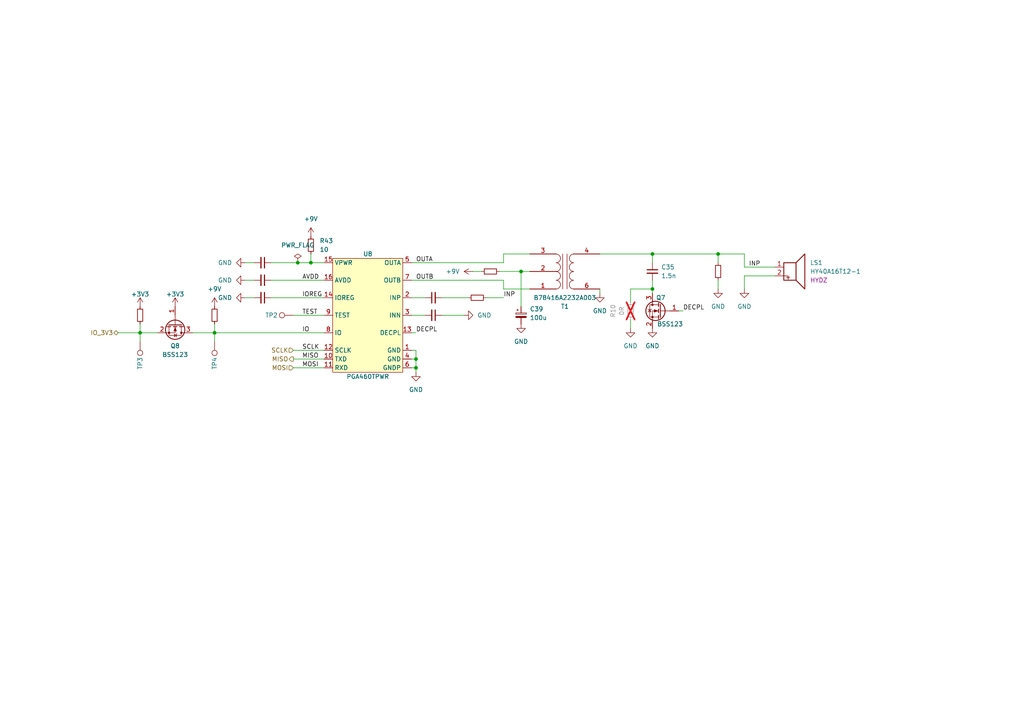
<source format=kicad_sch>
(kicad_sch (version 20230121) (generator eeschema)
  (paper "A4")
  (lib_symbols
    (symbol "Connector:TestPoint" (pin_numbers hide) (pin_names (offset 0.762) hide)
      (property "Reference" "TP" (at 0 6.858 0))
      (property "Value" "TestPoint" (at 0 5.08 0))
      (symbol "TestPoint_0_1"
        (circle (center 0 3.302) (radius 0.762))
      )
      (symbol "TestPoint_1_1"
        (pin passive line (at 0 0 90) (length 2.54) (name "1") (number "1"))
      )
    )
    (symbol "Device:C_Polarized_Small" (pin_numbers hide) (pin_names (offset 0.254) hide)
      (property "Reference" "C" (at 0.254 1.778 0))
      (property "Value" "C_Polarized_Small" (at 0.254 -2.032 0))
      (symbol "C_Polarized_Small_0_1"
        (rectangle (start -1.524 -0.3048) (end 1.524 -0.6858) (fill (type outline)))
        (rectangle (start -1.524 0.6858) (end 1.524 0.3048))
        (polyline (pts (xy -1.27 1.524) (xy -0.762 1.524)))
        (polyline (pts (xy -1.016 1.27) (xy -1.016 1.778)))
      )
      (symbol "C_Polarized_Small_1_1"
        (pin passive line (at 0 2.54 270) (length 1.8542) (name "~") (number "1"))
        (pin passive line (at 0 -2.54 90) (length 1.8542) (name "~") (number "2"))
      )
    )
    (symbol "Device:C_Small" (pin_numbers hide) (pin_names (offset 0.254) hide)
      (property "Reference" "C" (at 0.254 1.778 0))
      (property "Value" "C_Small" (at 0.254 -2.032 0))
      (symbol "C_Small_0_1"
        (polyline (pts (xy -1.524 -0.508) (xy 1.524 -0.508)) (stroke (width 0.3302)))
        (polyline (pts (xy -1.524 0.508) (xy 1.524 0.508)) (stroke (width 0.3048)))
      )
      (symbol "C_Small_1_1"
        (pin passive line (at 0 2.54 270) (length 2.032) (name "~") (number "1"))
        (pin passive line (at 0 -2.54 90) (length 2.032) (name "~") (number "2"))
      )
    )
    (symbol "Device:R_Small" (pin_numbers hide) (pin_names (offset 0.254) hide)
      (property "Reference" "R" (at 0.762 0.508 0))
      (property "Value" "R_Small" (at 0.762 -1.016 0))
      (symbol "R_Small_0_1"
        (rectangle (start -0.762 1.778) (end 0.762 -1.778) (stroke (width 0.2032)))
      )
      (symbol "R_Small_1_1"
        (pin passive line (at 0 2.54 270) (length 0.762) (name "~") (number "1"))
        (pin passive line (at 0 -2.54 90) (length 0.762) (name "~") (number "2"))
      )
    )
    (symbol "OBSPro:B78416A2232A003" (pin_names (offset 1.016) hide)
      (property "Reference" "T" (at 0 6.35 0))
      (property "Value" "B78416A2232A003" (at 0 -7.62 0))
      (symbol "B78416A2232A003_0_1"
        (arc (start -2.54 -5.0546) (mid -1.6599 -4.6901) (end -1.27 -3.81))
        (arc (start -2.54 -2.5146) (mid -1.6599 -2.1501) (end -1.27 -1.27))
        (arc (start -2.54 0.0254) (mid -1.6599 0.3899) (end -1.27 1.27))
        (arc (start -2.54 2.5654) (mid -1.6599 2.9299) (end -1.27 3.81))
        (arc (start -1.27 -3.81) (mid -1.642 -2.912) (end -2.54 -2.54))
        (arc (start -1.27 -1.27) (mid -1.642 -0.372) (end -2.54 0))
        (arc (start -1.27 1.27) (mid -1.642 2.168) (end -2.54 2.54))
        (arc (start -1.27 3.81) (mid -1.642 4.708) (end -2.54 5.08))
        (polyline (pts (xy -0.635 5.08) (xy -0.635 -5.08)))
        (polyline (pts (xy 0.635 -5.08) (xy 0.635 5.08)))
        (arc (start 1.2954 -1.27) (mid 1.6599 -2.1501) (end 2.54 -2.5146))
        (arc (start 1.2954 1.27) (mid 1.6599 0.3899) (end 2.54 0.0254))
        (arc (start 1.2954 3.81) (mid 1.6599 2.9299) (end 2.54 2.5654))
        (arc (start 1.3208 -3.81) (mid 1.6853 -4.6901) (end 2.5654 -5.0546))
        (arc (start 2.54 0) (mid 1.642 -0.372) (end 1.2954 -1.27))
        (arc (start 2.54 2.54) (mid 1.642 2.168) (end 1.2954 1.27))
        (arc (start 2.54 5.08) (mid 1.642 4.708) (end 1.2954 3.81))
        (arc (start 2.5654 -2.54) (mid 1.6674 -2.912) (end 1.3208 -3.81))
      )
      (symbol "B78416A2232A003_1_1"
        (pin passive line (at -10.16 5.08 0) (length 7.62) (name "PR1") (number "1"))
        (pin passive line (at -10.16 0 0) (length 7.62) (name "PM") (number "2"))
        (pin passive line (at -10.16 -5.08 0) (length 7.62) (name "PR2") (number "3"))
        (pin passive line (at 10.16 -5.08 180) (length 7.62) (name "S1") (number "4"))
        (pin passive line (at 10.16 5.08 180) (length 7.62) (name "S2") (number "6"))
      )
    )
    (symbol "OBSPro:HY40A16T12-1" (pin_names (offset 0) hide)
      (property "Reference" "LS" (at 1.27 5.715 0))
      (property "Value" "HY40A16T12-1" (at 1.27 3.81 0))
      (property "Manufacturer" "HYDZ" (at 0 0 0))
      (symbol "HY40A16T12-1_0_0"
        (rectangle (start -2.54 1.27) (end 1.016 -3.81) (stroke (width 0.254)))
        (polyline (pts (xy 1.016 1.27) (xy 3.556 3.81) (xy 3.556 -6.35) (xy 1.016 -3.81)) (stroke (width 0.254)))
      )
      (symbol "HY40A16T12-1_0_1"
        (polyline (pts (xy -1.778 -2.921) (xy -0.762 -2.921)))
        (polyline (pts (xy -1.524 -3.175) (xy -1.016 -3.175)))
        (polyline (pts (xy -1.397 -3.429) (xy -1.143 -3.429)))
        (polyline (pts (xy -2.54 -2.54) (xy -1.27 -2.54) (xy -1.27 -2.921)))
      )
      (symbol "HY40A16T12-1_1_1"
        (pin input line (at -5.08 0 0) (length 2.54) (name "1") (number "1"))
        (pin input line (at -5.08 -2.54 0) (length 2.54) (name "2") (number "2"))
      )
    )
    (symbol "OBSPro:PGA460"
      (property "Reference" "U" (at 0 -17.78 0))
      (property "Value" "PGA460TPWR" (at 1.27 -7.62 0))
      (symbol "PGA460_1_1"
        (rectangle (start -10.16 16.51) (end 10.16 -16.51) (fill (type background)))
        (pin power_in line (at 12.7 -10.16 180) (length 2.54) (name "GND") (number "1"))
        (pin tri_state line (at -12.7 -12.7 0) (length 2.54) (name "TXD") (number "10"))
        (pin input line (at -12.7 -15.24 0) (length 2.54) (name "RXD") (number "11"))
        (pin input line (at -12.7 -10.16 0) (length 2.54) (name "SCLK") (number "12"))
        (pin output line (at 12.7 -5.08 180) (length 2.54) (name "DECPL") (number "13"))
        (pin power_out line (at -12.7 5.08 0) (length 2.54) (name "IOREG") (number "14"))
        (pin power_in line (at -12.7 15.24 0) (length 2.54) (name "VPWR") (number "15"))
        (pin power_out line (at -12.7 10.16 0) (length 2.54) (name "AVDD") (number "16"))
        (pin input line (at 12.7 5.08 180) (length 2.54) (name "INP") (number "2"))
        (pin input line (at 12.7 0 180) (length 2.54) (name "INN") (number "3"))
        (pin power_in line (at 12.7 -12.7 180) (length 2.54) (name "GND") (number "4"))
        (pin output line (at 12.7 15.24 180) (length 2.54) (name "OUTA") (number "5"))
        (pin power_in line (at 12.7 -15.24 180) (length 2.54) (name "GNDP") (number "6"))
        (pin output line (at 12.7 10.16 180) (length 2.54) (name "OUTB") (number "7"))
        (pin bidirectional line (at -12.7 -5.08 0) (length 2.54) (name "IO") (number "8"))
        (pin bidirectional line (at -12.7 0 0) (length 2.54) (name "TEST") (number "9"))
      )
    )
    (symbol "Transistor_FET:BSS123" (pin_names hide)
      (property "Reference" "Q" (at 5.08 1.905 0))
      (property "Value" "BSS123" (at 5.08 0 0))
      (symbol "BSS123_0_1"
        (polyline (pts (xy 0.254 0) (xy -2.54 0)))
        (polyline (pts (xy 0.254 1.905) (xy 0.254 -1.905)) (stroke (width 0.254)))
        (polyline (pts (xy 0.762 -1.27) (xy 0.762 -2.286)) (stroke (width 0.254)))
        (polyline (pts (xy 0.762 0.508) (xy 0.762 -0.508)) (stroke (width 0.254)))
        (polyline (pts (xy 0.762 2.286) (xy 0.762 1.27)) (stroke (width 0.254)))
        (polyline (pts (xy 2.54 2.54) (xy 2.54 1.778)))
        (polyline (pts (xy 2.54 -2.54) (xy 2.54 0) (xy 0.762 0)))
        (polyline (pts (xy 0.762 -1.778) (xy 3.302 -1.778) (xy 3.302 1.778) (xy 0.762 1.778)))
        (polyline (pts (xy 1.016 0) (xy 2.032 0.381) (xy 2.032 -0.381) (xy 1.016 0)) (fill (type outline)))
        (polyline (pts (xy 2.794 0.508) (xy 2.921 0.381) (xy 3.683 0.381) (xy 3.81 0.254)))
        (polyline (pts (xy 3.302 0.381) (xy 2.921 -0.254) (xy 3.683 -0.254) (xy 3.302 0.381)))
        (circle (center 1.651 0) (radius 2.794) (stroke (width 0.254)))
        (circle (center 2.54 -1.778) (radius 0.254) (fill (type outline)))
        (circle (center 2.54 1.778) (radius 0.254) (fill (type outline)))
      )
      (symbol "BSS123_1_1"
        (pin input line (at -5.08 0 0) (length 2.54) (name "G") (number "1"))
        (pin passive line (at 2.54 -5.08 90) (length 2.54) (name "S") (number "2"))
        (pin passive line (at 2.54 5.08 270) (length 2.54) (name "D") (number "3"))
      )
    )
    (symbol "power:+3V3" (power) (pin_names (offset 0))
      (property "Value" "+3V3" (at 0 3.556 0))
      (symbol "+3V3_0_1"
        (polyline (pts (xy -0.762 1.27) (xy 0 2.54)))
        (polyline (pts (xy 0 0) (xy 0 2.54)))
        (polyline (pts (xy 0 2.54) (xy 0.762 1.27)))
      )
      (symbol "+3V3_1_1"
        (pin power_in line (at 0 0 90) (length 0) hide (name "+3V3") (number "1"))
      )
    )
    (symbol "power:+9V" (power) (pin_names (offset 0))
      (property "Value" "+9V" (at 0 3.556 0))
      (symbol "+9V_0_1"
        (polyline (pts (xy -0.762 1.27) (xy 0 2.54)))
        (polyline (pts (xy 0 0) (xy 0 2.54)))
        (polyline (pts (xy 0 2.54) (xy 0.762 1.27)))
      )
      (symbol "+9V_1_1"
        (pin power_in line (at 0 0 90) (length 0) hide (name "+9V") (number "1"))
      )
    )
    (symbol "power:GND" (power) (pin_names (offset 0))
      (property "Value" "GND" (at 0 -3.81 0))
      (symbol "GND_0_1"
        (polyline (pts (xy 0 0) (xy 0 -1.27) (xy 1.27 -1.27) (xy 0 -2.54) (xy -1.27 -1.27) (xy 0 -1.27)))
      )
      (symbol "GND_1_1"
        (pin power_in line (at 0 0 270) (length 0) hide (name "GND") (number "1"))
      )
    )
    (symbol "power:PWR_FLAG" (power) (pin_numbers hide) (pin_names (offset 0) hide)
      (property "Value" "PWR_FLAG" (at 0 3.81 0))
      (symbol "PWR_FLAG_0_0"
        (pin power_out line (at 0 0 90) (length 0) (name "pwr") (number "1"))
      )
      (symbol "PWR_FLAG_0_1"
        (polyline (pts (xy 0 0) (xy 0 1.27) (xy -1.016 1.905) (xy 0 2.54) (xy 1.016 1.905) (xy 0 1.27)))
      )
    )
  )
  (junction (at 40.64 96.52))
  (junction (at 189.23 73.66))
  (junction (at 208.28 73.66))
  (junction (at 120.65 104.14))
  (junction (at 151.13 78.74))
  (junction (at 189.23 83.82))
  (junction (at 62.23 96.52))
  (junction (at 86.36 76.2))
  (junction (at 120.65 106.68))
  (junction (at 90.17 76.2))
  (wire (pts (xy 182.88 87.63) (xy 182.88 83.82)))
  (wire (pts (xy 119.38 86.36) (xy 123.19 86.36)))
  (wire (pts (xy 189.23 73.66) (xy 208.28 73.66)))
  (wire (pts (xy 120.65 101.6) (xy 119.38 101.6)))
  (wire (pts (xy 62.23 96.52) (xy 62.23 99.06)))
  (wire (pts (xy 90.17 76.2) (xy 86.36 76.2)))
  (wire (pts (xy 173.99 83.82) (xy 173.99 85.09)))
  (wire (pts (xy 189.23 73.66) (xy 189.23 76.2)))
  (wire (pts (xy 119.38 106.68) (xy 120.65 106.68)))
  (wire (pts (xy 120.65 107.95) (xy 120.65 106.68)))
  (wire (pts (xy 208.28 73.66) (xy 208.28 76.2)))
  (wire (pts (xy 215.9 83.82) (xy 215.9 80.01)))
  (wire (pts (xy 34.29 96.52) (xy 40.64 96.52)))
  (wire (pts (xy 90.17 73.66) (xy 90.17 76.2)))
  (wire (pts (xy 151.13 78.74) (xy 153.67 78.74)))
  (wire (pts (xy 73.66 81.28) (xy 71.12 81.28)))
  (wire (pts (xy 40.64 93.98) (xy 40.64 96.52)))
  (wire (pts (xy 146.05 73.66) (xy 153.67 73.66)))
  (wire (pts (xy 120.65 106.68) (xy 120.65 104.14)))
  (wire (pts (xy 189.23 83.82) (xy 189.23 85.09)))
  (wire (pts (xy 85.09 106.68) (xy 93.98 106.68)))
  (wire (pts (xy 40.64 96.52) (xy 40.64 99.06)))
  (wire (pts (xy 208.28 73.66) (xy 215.9 73.66)))
  (wire (pts (xy 119.38 96.52) (xy 120.65 96.52)))
  (wire (pts (xy 128.27 91.44) (xy 134.62 91.44)))
  (wire (pts (xy 62.23 93.98) (xy 62.23 96.52)))
  (wire (pts (xy 146.05 76.2) (xy 146.05 73.66)))
  (wire (pts (xy 151.13 78.74) (xy 151.13 88.9)))
  (wire (pts (xy 137.16 78.74) (xy 139.7 78.74)))
  (wire (pts (xy 215.9 80.01) (xy 224.79 80.01)))
  (wire (pts (xy 119.38 104.14) (xy 120.65 104.14)))
  (wire (pts (xy 71.12 76.2) (xy 73.66 76.2)))
  (wire (pts (xy 93.98 76.2) (xy 90.17 76.2)))
  (wire (pts (xy 140.97 86.36) (xy 146.05 86.36)))
  (wire (pts (xy 144.78 78.74) (xy 151.13 78.74)))
  (wire (pts (xy 189.23 81.28) (xy 189.23 83.82)))
  (wire (pts (xy 120.65 104.14) (xy 120.65 101.6)))
  (wire (pts (xy 62.23 96.52) (xy 93.98 96.52)))
  (wire (pts (xy 146.05 81.28) (xy 146.05 83.82)))
  (wire (pts (xy 182.88 92.71) (xy 182.88 95.25)))
  (wire (pts (xy 215.9 77.47) (xy 215.9 73.66)))
  (wire (pts (xy 119.38 81.28) (xy 146.05 81.28)))
  (wire (pts (xy 208.28 83.82) (xy 208.28 81.28)))
  (wire (pts (xy 119.38 91.44) (xy 123.19 91.44)))
  (wire (pts (xy 173.99 73.66) (xy 189.23 73.66)))
  (wire (pts (xy 93.98 86.36) (xy 78.74 86.36)))
  (wire (pts (xy 73.66 86.36) (xy 71.12 86.36)))
  (wire (pts (xy 93.98 81.28) (xy 78.74 81.28)))
  (wire (pts (xy 55.88 96.52) (xy 62.23 96.52)))
  (wire (pts (xy 146.05 83.82) (xy 153.67 83.82)))
  (wire (pts (xy 196.85 90.17) (xy 198.12 90.17)))
  (wire (pts (xy 85.09 104.14) (xy 93.98 104.14)))
  (wire (pts (xy 182.88 83.82) (xy 189.23 83.82)))
  (wire (pts (xy 85.09 91.44) (xy 93.98 91.44)))
  (wire (pts (xy 40.64 96.52) (xy 45.72 96.52)))
  (wire (pts (xy 224.79 77.47) (xy 215.9 77.47)))
  (wire (pts (xy 86.36 76.2) (xy 78.74 76.2)))
  (wire (pts (xy 85.09 101.6) (xy 93.98 101.6)))
  (wire (pts (xy 119.38 76.2) (xy 146.05 76.2)))
  (wire (pts (xy 128.27 86.36) (xy 135.89 86.36)))
  (label "SCLK" (at 87.63 101.6 0))
  (label "MOSI" (at 87.63 106.68 0))
  (label "TEST" (at 87.63 91.44 0))
  (label "OUTA" (at 120.65 76.2 0))
  (label "OUTB" (at 120.65 81.28 0))
  (label "IO" (at 87.63 96.52 0))
  (label "AVDD" (at 87.63 81.28 0))
  (label "DECPL" (at 120.65 96.52 0))
  (label "INP" (at 217.17 77.47 0))
  (label "INP" (at 146.05 86.36 0))
  (label "MISO" (at 87.63 104.14 0))
  (label "IOREG" (at 87.63 86.36 0))
  (label "DECPL" (at 198.12 90.17 0))
  (hierarchical_label "MOSI" (shape input) (at 85.09 106.68 180))
  (hierarchical_label "MISO" (shape output) (at 85.09 104.14 180))
  (hierarchical_label "IO_3V3" (shape bidirectional) (at 34.29 96.52 180))
  (hierarchical_label "SCLK" (shape input) (at 85.09 101.6 180))
  (symbol (lib_id "power:GND") (at 120.65 107.95 0) (unit 1)
    (property "Reference" "#PWR0109" (effects hide))
    (property "Value" "GND" (at 120.65 113.03 0))
    (instances (project "OBSPro" (path "" (reference "#PWR0109") (unit 1)) (path "" (reference "#PWR0125") (unit 1))))
  )
  (symbol (lib_id "power:PWR_FLAG") (at 86.36 76.2 0) (unit 1)
    (property "Reference" "#FLG08" (effects hide))
    (property "Value" "PWR_FLAG" (at 86.36 71.12 0))
    (instances (project "OBSPro" (path "" (reference "#FLG08") (unit 1)) (path "" (reference "#FLG09") (unit 1))))
  )
  (symbol (lib_id "power:+9V") (at 62.23 88.9 0) (unit 1)
    (property "Reference" "#PWR0104" (effects hide))
    (property "Value" "+9V" (at 62.23 83.82 0))
    (instances (project "OBSPro" (path "" (reference "#PWR0104") (unit 1)) (path "" (reference "#PWR0120") (unit 1))))
  )
  (symbol (lib_id "power:GND") (at 71.12 76.2 270) (unit 1)
    (property "Reference" "#PWR095" (effects hide))
    (property "Value" "GND" (at 67.31 76.2 90) (effects (justify right)))
    (instances (project "OBSPro" (path "" (reference "#PWR095") (unit 1)) (path "" (reference "#PWR0111") (unit 1))))
  )
  (symbol (lib_id "Transistor_FET:BSS123") (at 191.77 90.17 0) (mirror y) (unit 1)
    (property "Reference" "Q7" (at 193.04 86.36 0) (effects (justify left)))
    (property "Value" "BSS123" (at 198.12 93.98 0) (effects (justify left)))
    (property "Footprint" "Package_TO_SOT_SMD:SOT-23" (effects hide))
    (property "Datasheet" "http://www.diodes.com/assets/Datasheets/ds30366.pdf" (effects hide))
    (property "JLC_BasicPart" "no" (effects hide))
    (property "JLC_PN" "C7420338" (effects hide))
    (property "MPN" "BSS123" (effects hide))
    (property "Manufacturer" "hongjiacheng" (effects hide))
    (instances (project "OBSPro" (path "" (reference "Q7") (unit 1)) (path "" (reference "Q9") (unit 1))))
  )
  (symbol (lib_id "Device:C_Polarized_Small") (at 151.13 91.44 0) (unit 1)
    (property "Reference" "C39" (at 153.67 89.6239 0) (effects (justify left)))
    (property "Value" "100u" (at 153.67 92.1639 0) (effects (justify left)))
    (property "Footprint" "Capacitor_SMD:CP_Elec_6.3x5.2" (effects hide))
    (property "MPN" "UWX1C101MCL1GB" (effects hide))
    (property "JLC_PN" "C111600" (effects hide))
    (property "JLC_BasicPart" "no" (effects hide))
    (property "Manufacturer" "Nichicon" (effects hide))
    (instances (project "OBSPro" (path "" (reference "C39") (unit 1)) (path "" (reference "C46") (unit 1))))
  )
  (symbol (lib_id "Device:C_Small") (at 76.2 76.2 270) (unit 1)
    (property "Reference" "C34" (at 71.12 74.93 90) (effects (justify left)))
    (property "Value" "100n" (at 78.74 74.93 90) (effects (justify left)))
    (property "Footprint" "Capacitor_SMD:C_0603_1608Metric" (effects hide))
    (property "Reference" "C?" (effects hide))
    (property "Value" "100n" (effects hide))
    (property "JLC_PN" "C14663" (effects hide))
    (property "JLC_Price1" "0.042" (effects hide))
    (property "JLC_Price10" "0.0021" (effects hide))
    (property "JLC_Price100" "0.0021" (effects hide))
    (property "JLC_Price1000" "0.0014" (effects hide))
    (property "MPN" "CC0603KRX7R9BB104" (effects hide))
    (property "Manufacturer" "YAGEO" (effects hide))
    (property "JLC_BasicPart" "yes" (effects hide))
    (property "PCBA" "yes" (effects hide))
    (property "kicost:JLC:pricing" "1: USD 0.0020; 200: USD 0.0016; 800: USD 0.0013; 1600: USD 0.0012; 9600: USD 0.0011" (effects hide))
    (instances (project "OBSPro" (path "" (reference "C34") (unit 1)) (path "" (reference "C41") (unit 1))))
  )
  (symbol (lib_id "Device:C_Small") (at 125.73 86.36 90) (unit 1)
    (property "Reference" "C22" (at 121.92 85.09 90))
    (property "Value" "390p" (at 129.54 85.09 90))
    (property "Footprint" "Capacitor_SMD:C_0603_1608Metric" (effects hide))
    (property "Reference" "C10" (effects hide))
    (property "Value" "390p" (effects hide))
    (property "JLC_BasicPart" "yes" (effects hide))
    (property "JLC_PN" "C107089" (effects hide))
    (property "MPN" "CC0603KRX7R9BB391" (effects hide))
    (property "Manufacturer" "YAGEO" (effects hide))
    (property "PCBA" "yes" (effects hide))
    (instances (project "OBSPro" (path "" (reference "C22") (unit 1)) (path "" (reference "C38") (unit 1)) (path "" (reference "C45") (unit 1))))
  )
  (symbol (lib_id "Device:R_Small") (at 40.64 91.44 180) (unit 1)
    (property "Reference" "R28" (at 35.56 91.44 90))
    (property "Value" "1k" (at 38.1 91.44 90))
    (property "Footprint" "Resistor_SMD:R_0603_1608Metric" (effects hide))
    (property "Reference" "R?" (effects hide))
    (property "Value" "1k" (effects hide))
    (property "JLC_BasicPart" "yes" (effects hide))
    (property "JLC_PN" "C21190" (effects hide))
    (property "MPN" "0603WAF1001T5E" (effects hide))
    (property "Manufacturer" "UNI-ROYAL(Uniroyal Elec)" (effects hide))
    (property "PCBA" "yes" (effects hide))
    (property "JLC_Price10" "0.0005" (effects hide))
    (instances (project "OBSPro" (path "" (reference "R28") (unit 1)) (path "" (reference "R35") (unit 1)) (path "" (reference "R41") (unit 1))))
  )
  (symbol (lib_id "Device:R_Small") (at 182.88 90.17 180) (unit 1) (in_bom no) (dnp yes)
    (property "Reference" "R10" (at 177.8 90.17 90))
    (property "Value" "0R" (at 180.34 90.17 90))
    (property "Footprint" "Resistor_SMD:R_0603_1608Metric" (effects hide))
    (property "DNP" "DNP" (effects hide))
    (property "JLC_BasicPart" "yes" (effects hide))
    (property "JLC_PN" "C21189" (effects hide))
    (property "MPN" "0603WAF0000T5E" (effects hide))
    (property "Manufacturer" "UNI-ROYAL(Uniroyal Elec)" (effects hide))
    (property "JLC_Price10" "0.001" (effects hide))
    (instances (project "OBSPro" (path "" (reference "R10") (unit 1)) (path "" (reference "R34") (unit 1)) (path "" (reference "R40") (unit 1))))
  )
  (symbol (lib_id "Connector:TestPoint") (at 85.09 91.44 90) (unit 1)
    (property "Reference" "TP2" (at 78.74 91.44 90))
    (property "Value" "TestPoint" (effects hide))
    (property "Footprint" "TestPoint:TestPoint_Pad_1.0x1.0mm" (effects hide))
    (instances (project "OBSPro" (path "" (reference "TP2") (unit 1)) (path "" (reference "TP5") (unit 1))))
  )
  (symbol (lib_id "power:GND") (at 189.23 95.25 0) (unit 1)
    (property "Reference" "#PWR0108" (effects hide))
    (property "Value" "GND" (at 189.23 100.33 0))
    (instances (project "OBSPro" (path "" (reference "#PWR0108") (unit 1)) (path "" (reference "#PWR0124") (unit 1))))
  )
  (symbol (lib_id "Device:R_Small") (at 90.17 71.12 0) (unit 1)
    (property "Reference" "R43" (at 92.71 69.85 0) (effects (justify left)))
    (property "Value" "10" (at 92.71 72.39 0) (effects (justify left)))
    (property "Footprint" "Resistor_SMD:R_1206_3216Metric" (effects hide))
    (property "MPN" "1206W4J0100T5E" (effects hide))
    (property "JLC_PN" "C25349" (effects hide))
    (property "Manufacturer" "UNI-ROYAL(Uniroyal Elec)" (effects hide))
    (instances (project "OBSPro" (path "" (reference "R43") (unit 1)) (path "" (reference "R44") (unit 1))))
  )
  (symbol (lib_id "Device:R_Small") (at 142.24 78.74 90) (unit 1)
    (property "Reference" "R44" (at 138.43 77.47 90))
    (property "Value" "100" (at 147.32 77.47 90))
    (property "Footprint" "Resistor_SMD:R_1206_3216Metric" (effects hide))
    (property "Reference" "R?" (effects hide))
    (property "Value" "100" (effects hide))
    (property "PCBA" "yes" (effects hide))
    (property "JLC_BasicPart" "no" (effects hide))
    (property "JLC_PN" "C2934192" (effects hide))
    (property "MPN" "FRD1206J101 TS" (effects hide))
    (property "Manufacturer" "FOJAN" (effects hide))
    (instances (project "OBSPro" (path "" (reference "R44") (unit 1)) (path "" (reference "R31") (unit 1)) (path "" (reference "R37") (unit 1))))
  )
  (symbol (lib_id "Device:C_Small") (at 76.2 86.36 270) (unit 1)
    (property "Reference" "C37" (at 71.12 85.09 90) (effects (justify left)))
    (property "Value" "100n" (at 78.74 85.09 90) (effects (justify left)))
    (property "Footprint" "Capacitor_SMD:C_0603_1608Metric" (effects hide))
    (property "Reference" "C?" (effects hide))
    (property "Value" "100n" (effects hide))
    (property "JLC_PN" "C14663" (effects hide))
    (property "JLC_Price1" "0.042" (effects hide))
    (property "JLC_Price10" "0.0021" (effects hide))
    (property "JLC_Price100" "0.0021" (effects hide))
    (property "JLC_Price1000" "0.0014" (effects hide))
    (property "MPN" "CC0603KRX7R9BB104" (effects hide))
    (property "Manufacturer" "YAGEO" (effects hide))
    (property "JLC_BasicPart" "yes" (effects hide))
    (property "PCBA" "yes" (effects hide))
    (property "kicost:JLC:pricing" "1: USD 0.0020; 200: USD 0.0016; 800: USD 0.0013; 1600: USD 0.0012; 9600: USD 0.0011" (effects hide))
    (instances (project "OBSPro" (path "" (reference "C37") (unit 1)) (path "" (reference "C44") (unit 1))))
  )
  (symbol (lib_id "power:GND") (at 71.12 81.28 270) (unit 1)
    (property "Reference" "#PWR097" (effects hide))
    (property "Value" "GND" (at 67.31 81.28 90) (effects (justify right)))
    (instances (project "OBSPro" (path "" (reference "#PWR097") (unit 1)) (path "" (reference "#PWR0113") (unit 1))))
  )
  (symbol (lib_id "Connector:TestPoint") (at 40.64 99.06 180) (unit 1)
    (property "Reference" "TP3" (at 40.64 105.41 90))
    (property "Value" "TestPoint" (effects hide))
    (property "Footprint" "TestPoint:TestPoint_Pad_1.0x1.0mm" (effects hide))
    (instances (project "OBSPro" (path "" (reference "TP3") (unit 1)) (path "" (reference "TP6") (unit 1))))
  )
  (symbol (lib_id "Device:R_Small") (at 138.43 86.36 90) (unit 1)
    (property "Reference" "R44" (at 134.62 85.09 90))
    (property "Value" "100" (at 143.51 85.09 90))
    (property "Footprint" "Resistor_SMD:R_0603_1608Metric" (effects hide))
    (property "Reference" "R?" (effects hide))
    (property "Value" "100" (effects hide))
    (property "PCBA" "yes" (effects hide))
    (property "JLC_BasicPart" "yes" (effects hide))
    (property "JLC_PN" "C22775" (effects hide))
    (property "MPN" "0603WAF1000T5E" (effects hide))
    (property "Manufacturer" "UNI-ROYAL(Uniroyal Elec)" (effects hide))
    (instances (project "OBSPro" (path "" (reference "R44") (unit 1)) (path "" (reference "R33") (unit 1)) (path "" (reference "R39") (unit 1))))
  )
  (symbol (lib_id "Device:R_Small") (at 208.28 78.74 0) (unit 1)
    (property "Reference" "R30" (at 213.36 78.74 90))
    (property "Value" "2.7k" (at 210.82 78.74 90))
    (property "Footprint" "Resistor_SMD:R_0603_1608Metric" (effects hide))
    (property "Reference" "R?" (effects hide))
    (property "Value" "2.7k" (effects hide))
    (property "JLC_PN" "C13167" (effects hide))
    (property "MPN" "0603WAF2701T5E" (effects hide))
    (property "Manufacturer" "UNI-ROYAL(Uniroyal Elec)" (effects hide))
    (property "JLC_BasicPart" "yes" (effects hide))
    (instances (project "OBSPro" (path "" (reference "R30") (unit 1)) (path "" (reference "R32") (unit 1)) (path "" (reference "R38") (unit 1))))
  )
  (symbol (lib_id "power:GND") (at 182.88 95.25 0) (unit 1)
    (property "Reference" "#PWR0107" (effects hide))
    (property "Value" "GND" (at 182.88 100.33 0))
    (instances (project "OBSPro" (path "" (reference "#PWR0107") (unit 1)) (path "" (reference "#PWR0123") (unit 1))))
  )
  (symbol (lib_id "power:+9V") (at 137.16 78.74 90) (unit 1)
    (property "Reference" "#PWR096" (effects hide))
    (property "Value" "+9V" (at 133.35 78.74 90) (effects (justify left)))
    (instances (project "OBSPro" (path "" (reference "#PWR096") (unit 1)) (path "" (reference "#PWR0112") (unit 1))))
  )
  (symbol (lib_id "OBSPro:PGA460") (at 106.68 91.44 0) (unit 1)
    (property "Reference" "U8" (at 106.68 73.66 0))
    (property "Value" "PGA460TPWR" (at 106.68 109.22 0))
    (property "Footprint" "Package_SO:TSSOP-16_4.4x5mm_P0.65mm" (effects hide))
    (property "MPN" "PGA460TPWR" (effects hide))
    (property "JLC_PN" "C2653136" (effects hide))
    (property "JLC_BasicPart" "no" (effects hide))
    (property "Manufacturer" "Texas Instruments" (effects hide))
    (instances (project "OBSPro" (path "" (reference "U8") (unit 1)) (path "" (reference "U9") (unit 1))))
  )
  (symbol (lib_id "power:GND") (at 208.28 83.82 0) (unit 1)
    (property "Reference" "#PWR098" (effects hide))
    (property "Value" "GND" (at 208.28 88.9 0))
    (instances (project "OBSPro" (path "" (reference "#PWR098") (unit 1)) (path "" (reference "#PWR0114") (unit 1))))
  )
  (symbol (lib_id "power:GND") (at 215.9 83.82 0) (unit 1)
    (property "Reference" "#PWR099" (effects hide))
    (property "Value" "GND" (at 215.9 88.9 0))
    (instances (project "OBSPro" (path "" (reference "#PWR099") (unit 1)) (path "" (reference "#PWR0115") (unit 1))))
  )
  (symbol (lib_id "Connector:TestPoint") (at 62.23 99.06 180) (unit 1)
    (property "Reference" "TP4" (at 62.23 105.41 90))
    (property "Value" "TestPoint" (effects hide))
    (property "Footprint" "TestPoint:TestPoint_Pad_1.0x1.0mm" (effects hide))
    (instances (project "OBSPro" (path "" (reference "TP4") (unit 1)) (path "" (reference "TP7") (unit 1))))
  )
  (symbol (lib_id "power:GND") (at 134.62 91.44 90) (unit 1)
    (property "Reference" "#PWR0105" (effects hide))
    (property "Value" "GND" (at 138.43 91.44 90) (effects (justify right)))
    (instances (project "OBSPro" (path "" (reference "#PWR0105") (unit 1)) (path "" (reference "#PWR0121") (unit 1))))
  )
  (symbol (lib_id "power:GND") (at 151.13 93.98 0) (unit 1)
    (property "Reference" "#PWR0106" (effects hide))
    (property "Value" "GND" (at 151.13 99.06 0))
    (instances (project "OBSPro" (path "" (reference "#PWR0106") (unit 1)) (path "" (reference "#PWR0122") (unit 1))))
  )
  (symbol (lib_id "power:GND") (at 173.99 85.09 0) (unit 1)
    (property "Reference" "#PWR0100" (effects hide))
    (property "Value" "GND" (at 173.99 90.17 0))
    (instances (project "OBSPro" (path "" (reference "#PWR0100") (unit 1)) (path "" (reference "#PWR0116") (unit 1))))
  )
  (symbol (lib_id "Device:R_Small") (at 62.23 91.44 180) (unit 1)
    (property "Reference" "R28" (at 57.15 91.44 90))
    (property "Value" "1k" (at 59.69 91.44 90))
    (property "Footprint" "Resistor_SMD:R_0603_1608Metric" (effects hide))
    (property "Reference" "R?" (effects hide))
    (property "Value" "1k" (effects hide))
    (property "JLC_BasicPart" "yes" (effects hide))
    (property "JLC_PN" "C21190" (effects hide))
    (property "MPN" "0603WAF1001T5E" (effects hide))
    (property "Manufacturer" "UNI-ROYAL(Uniroyal Elec)" (effects hide))
    (property "PCBA" "yes" (effects hide))
    (property "JLC_Price10" "0.0005" (effects hide))
    (instances (project "OBSPro" (path "" (reference "R28") (unit 1)) (path "" (reference "R36") (unit 1)) (path "" (reference "R42") (unit 1))))
  )
  (symbol (lib_id "power:GND") (at 71.12 86.36 270) (unit 1)
    (property "Reference" "#PWR0101" (effects hide))
    (property "Value" "GND" (at 67.31 86.36 90) (effects (justify right)))
    (instances (project "OBSPro" (path "" (reference "#PWR0101") (unit 1)) (path "" (reference "#PWR0117") (unit 1))))
  )
  (symbol (lib_id "Transistor_FET:BSS123") (at 50.8 93.98 270) (unit 1)
    (property "Reference" "Q8" (at 50.8 100.33 90))
    (property "Value" "BSS123" (at 50.8 102.87 90))
    (property "Footprint" "Package_TO_SOT_SMD:SOT-23" (effects hide))
    (property "Datasheet" "http://www.diodes.com/assets/Datasheets/ds30366.pdf" (effects hide))
    (property "JLC_BasicPart" "no" (effects hide))
    (property "JLC_PN" "C7420338" (effects hide))
    (property "MPN" "BSS123" (effects hide))
    (property "Manufacturer" "hongjiacheng" (effects hide))
    (instances (project "OBSPro" (path "" (reference "Q8") (unit 1)) (path "" (reference "Q10") (unit 1))))
  )
  (symbol (lib_id "power:+9V") (at 90.17 68.58 0) (unit 1)
    (property "Reference" "#PWR094" (effects hide))
    (property "Value" "+9V" (at 90.17 63.5 0))
    (instances (project "OBSPro" (path "" (reference "#PWR094") (unit 1)) (path "" (reference "#PWR0110") (unit 1))))
  )
  (symbol (lib_id "Device:C_Small") (at 125.73 91.44 270) (unit 1)
    (property "Reference" "C40" (at 120.65 90.17 90) (effects (justify left)))
    (property "Value" "100n" (at 128.27 90.17 90) (effects (justify left)))
    (property "Footprint" "Capacitor_SMD:C_0603_1608Metric" (effects hide))
    (property "Reference" "C?" (effects hide))
    (property "Value" "100n" (effects hide))
    (property "JLC_PN" "C14663" (effects hide))
    (property "JLC_Price1" "0.042" (effects hide))
    (property "JLC_Price10" "0.0021" (effects hide))
    (property "JLC_Price100" "0.0021" (effects hide))
    (property "JLC_Price1000" "0.0014" (effects hide))
    (property "MPN" "CC0603KRX7R9BB104" (effects hide))
    (property "Manufacturer" "YAGEO" (effects hide))
    (property "JLC_BasicPart" "yes" (effects hide))
    (property "PCBA" "yes" (effects hide))
    (property "kicost:JLC:pricing" "1: USD 0.0020; 200: USD 0.0016; 800: USD 0.0013; 1600: USD 0.0012; 9600: USD 0.0011" (effects hide))
    (instances (project "OBSPro" (path "" (reference "C40") (unit 1)) (path "" (reference "C47") (unit 1))))
  )
  (symbol (lib_id "OBSPro:HY40A16T12-1") (at 229.87 77.47 0) (unit 1)
    (property "Reference" "LS1" (at 234.95 76.2 0) (effects (justify left)))
    (property "Value" "HY40A16T12-1" (at 234.95 78.74 0) (effects (justify left)))
    (property "Footprint" "OBSPro:HY40A16T12" (effects hide))
    (property "MPN" "HY40A16T12-1" (effects hide))
    (property "Manufacturer" "HYDZ" (at 234.95 81.28 0) (effects (justify left)))
    (property "JLC_BasicPart" "no" (effects hide))
    (property "JLC_PN" "C17701106" (effects hide))
    (instances (project "OBSPro" (path "" (reference "LS1") (unit 1)) (path "" (reference "LS2") (unit 1))))
  )
  (symbol (lib_id "power:+3V3") (at 50.8 88.9 0) (unit 1)
    (property "Reference" "#PWR073" (effects hide))
    (property "Value" "+3V3" (at 50.8 85.344 0))
    (instances (project "OBSPro" (path "" (reference "#PWR073") (unit 1)) (path "" (reference "#PWR0103") (unit 1)) (path "" (reference "#PWR0119") (unit 1))))
  )
  (symbol (lib_id "power:+3V3") (at 40.64 88.9 0) (unit 1)
    (property "Reference" "#PWR073" (effects hide))
    (property "Value" "+3V3" (at 40.64 85.344 0))
    (instances (project "OBSPro" (path "" (reference "#PWR073") (unit 1)) (path "" (reference "#PWR0102") (unit 1)) (path "" (reference "#PWR0118") (unit 1))))
  )
  (symbol (lib_id "Device:C_Small") (at 189.23 78.74 0) (unit 1)
    (property "Reference" "C35" (at 191.77 77.4763 0) (effects (justify left)))
    (property "Value" "1.5n" (at 191.77 80.0163 0) (effects (justify left)))
    (property "Footprint" "Capacitor_SMD:C_0603_1608Metric" (effects hide))
    (property "JLC_BasicPart" "no" (effects hide))
    (property "JLC_PN" "C96090" (effects hide))
    (property "MPN" "CC0603KRX7R9BB152" (effects hide))
    (property "Manufacturer" "YAGEO" (effects hide))
    (instances (project "OBSPro" (path "" (reference "C35") (unit 1)) (path "" (reference "C42") (unit 1))))
  )
  (symbol (lib_id "Device:C_Small") (at 76.2 81.28 270) (unit 1)
    (property "Reference" "C36" (at 71.12 80.01 90) (effects (justify left)))
    (property "Value" "100n" (at 78.74 80.01 90) (effects (justify left)))
    (property "Footprint" "Capacitor_SMD:C_0603_1608Metric" (effects hide))
    (property "Reference" "C?" (effects hide))
    (property "Value" "100n" (effects hide))
    (property "JLC_PN" "C14663" (effects hide))
    (property "JLC_Price1" "0.042" (effects hide))
    (property "JLC_Price10" "0.0021" (effects hide))
    (property "JLC_Price100" "0.0021" (effects hide))
    (property "JLC_Price1000" "0.0014" (effects hide))
    (property "MPN" "CC0603KRX7R9BB104" (effects hide))
    (property "Manufacturer" "YAGEO" (effects hide))
    (property "JLC_BasicPart" "yes" (effects hide))
    (property "PCBA" "yes" (effects hide))
    (property "kicost:JLC:pricing" "1: USD 0.0020; 200: USD 0.0016; 800: USD 0.0013; 1600: USD 0.0012; 9600: USD 0.0011" (effects hide))
    (instances (project "OBSPro" (path "" (reference "C36") (unit 1)) (path "" (reference "C43") (unit 1))))
  )
  (symbol (lib_id "OBSPro:B78416A2232A003") (at 163.83 78.74 0) (mirror x) (unit 1)
    (property "Reference" "T1" (at 163.8427 88.9 0))
    (property "Value" "B78416A2232A003" (at 163.8427 86.36 0))
    (property "Footprint" "OBSPro:B78416AxA003" (effects hide))
    (property "JLC_BasicPart" "no" (effects hide))
    (property "JLC_PN" "C2961040" (effects hide))
    (property "MPN" "B78416A2232A003" (effects hide))
    (property "Manufacturer" "TDK" (effects hide))
    (instances (project "OBSPro" (path "" (reference "T1") (unit 1)) (path "" (reference "T2") (unit 1))))
  )
)
</source>
